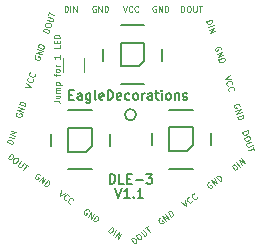
<source format=gbr>
G04 #@! TF.FileFunction,Legend,Top*
%FSLAX46Y46*%
G04 Gerber Fmt 4.6, Leading zero omitted, Abs format (unit mm)*
G04 Created by KiCad (PCBNEW 4.0.7) date 01/18/18 14:58:40*
%MOMM*%
%LPD*%
G01*
G04 APERTURE LIST*
%ADD10C,0.100000*%
%ADD11C,0.200000*%
%ADD12C,0.150000*%
%ADD13C,0.120000*%
G04 APERTURE END LIST*
D10*
X153426190Y-91826189D02*
X153783333Y-91826189D01*
X153854762Y-91849999D01*
X153902381Y-91897618D01*
X153926190Y-91969046D01*
X153926190Y-92016665D01*
X153592857Y-91373809D02*
X153926190Y-91373809D01*
X153592857Y-91588094D02*
X153854762Y-91588094D01*
X153902381Y-91564285D01*
X153926190Y-91516666D01*
X153926190Y-91445237D01*
X153902381Y-91397618D01*
X153878571Y-91373809D01*
X153926190Y-91135713D02*
X153592857Y-91135713D01*
X153640476Y-91135713D02*
X153616667Y-91111904D01*
X153592857Y-91064285D01*
X153592857Y-90992856D01*
X153616667Y-90945237D01*
X153664286Y-90921428D01*
X153926190Y-90921428D01*
X153664286Y-90921428D02*
X153616667Y-90897618D01*
X153592857Y-90849999D01*
X153592857Y-90778571D01*
X153616667Y-90730951D01*
X153664286Y-90707142D01*
X153926190Y-90707142D01*
X153592857Y-90469046D02*
X154092857Y-90469046D01*
X153616667Y-90469046D02*
X153592857Y-90421427D01*
X153592857Y-90326189D01*
X153616667Y-90278570D01*
X153640476Y-90254761D01*
X153688095Y-90230951D01*
X153830952Y-90230951D01*
X153878571Y-90254761D01*
X153902381Y-90278570D01*
X153926190Y-90326189D01*
X153926190Y-90421427D01*
X153902381Y-90469046D01*
X153592857Y-89707142D02*
X153592857Y-89516666D01*
X153926190Y-89635713D02*
X153497619Y-89635713D01*
X153450000Y-89611904D01*
X153426190Y-89564285D01*
X153426190Y-89516666D01*
X153926190Y-89278571D02*
X153902381Y-89326190D01*
X153878571Y-89349999D01*
X153830952Y-89373809D01*
X153688095Y-89373809D01*
X153640476Y-89349999D01*
X153616667Y-89326190D01*
X153592857Y-89278571D01*
X153592857Y-89207142D01*
X153616667Y-89159523D01*
X153640476Y-89135714D01*
X153688095Y-89111904D01*
X153830952Y-89111904D01*
X153878571Y-89135714D01*
X153902381Y-89159523D01*
X153926190Y-89207142D01*
X153926190Y-89278571D01*
X153926190Y-88897618D02*
X153592857Y-88897618D01*
X153688095Y-88897618D02*
X153640476Y-88873809D01*
X153616667Y-88849999D01*
X153592857Y-88802380D01*
X153592857Y-88754761D01*
X153926190Y-87945238D02*
X153926190Y-88230952D01*
X153926190Y-88088095D02*
X153426190Y-88088095D01*
X153497619Y-88135714D01*
X153545238Y-88183333D01*
X153569048Y-88230952D01*
X153926190Y-87111905D02*
X153926190Y-87350000D01*
X153426190Y-87350000D01*
X153664286Y-86945238D02*
X153664286Y-86778572D01*
X153926190Y-86707143D02*
X153926190Y-86945238D01*
X153426190Y-86945238D01*
X153426190Y-86707143D01*
X153926190Y-86492857D02*
X153426190Y-86492857D01*
X153426190Y-86373810D01*
X153450000Y-86302381D01*
X153497619Y-86254762D01*
X153545238Y-86230953D01*
X153640476Y-86207143D01*
X153711905Y-86207143D01*
X153807143Y-86230953D01*
X153854762Y-86254762D01*
X153902381Y-86302381D01*
X153926190Y-86373810D01*
X153926190Y-86492857D01*
D11*
X160392775Y-92984320D02*
G75*
G03X160392775Y-92984320I-474375J0D01*
G01*
D12*
X158630952Y-99211905D02*
X158897619Y-100011905D01*
X159164286Y-99211905D01*
X159850000Y-100011905D02*
X159392857Y-100011905D01*
X159621428Y-100011905D02*
X159621428Y-99211905D01*
X159545238Y-99326190D01*
X159469047Y-99402381D01*
X159392857Y-99440476D01*
X160192857Y-99935714D02*
X160230952Y-99973810D01*
X160192857Y-100011905D01*
X160154762Y-99973810D01*
X160192857Y-99935714D01*
X160192857Y-100011905D01*
X160992857Y-100011905D02*
X160535714Y-100011905D01*
X160764285Y-100011905D02*
X160764285Y-99211905D01*
X160688095Y-99326190D01*
X160611904Y-99402381D01*
X160535714Y-99440476D01*
X158178571Y-98811905D02*
X158178571Y-98011905D01*
X158369047Y-98011905D01*
X158483333Y-98050000D01*
X158559524Y-98126190D01*
X158597619Y-98202381D01*
X158635714Y-98354762D01*
X158635714Y-98469048D01*
X158597619Y-98621429D01*
X158559524Y-98697619D01*
X158483333Y-98773810D01*
X158369047Y-98811905D01*
X158178571Y-98811905D01*
X159359524Y-98811905D02*
X158978571Y-98811905D01*
X158978571Y-98011905D01*
X159626190Y-98392857D02*
X159892857Y-98392857D01*
X160007143Y-98811905D02*
X159626190Y-98811905D01*
X159626190Y-98011905D01*
X160007143Y-98011905D01*
X160350000Y-98507143D02*
X160959524Y-98507143D01*
X161264286Y-98011905D02*
X161759524Y-98011905D01*
X161492857Y-98316667D01*
X161607143Y-98316667D01*
X161683333Y-98354762D01*
X161721429Y-98392857D01*
X161759524Y-98469048D01*
X161759524Y-98659524D01*
X161721429Y-98735714D01*
X161683333Y-98773810D01*
X161607143Y-98811905D01*
X161378571Y-98811905D01*
X161302381Y-98773810D01*
X161264286Y-98735714D01*
X154728570Y-91292857D02*
X154995237Y-91292857D01*
X155109523Y-91711905D02*
X154728570Y-91711905D01*
X154728570Y-90911905D01*
X155109523Y-90911905D01*
X155795237Y-91711905D02*
X155795237Y-91292857D01*
X155757142Y-91216667D01*
X155680952Y-91178571D01*
X155528571Y-91178571D01*
X155452380Y-91216667D01*
X155795237Y-91673810D02*
X155719047Y-91711905D01*
X155528571Y-91711905D01*
X155452380Y-91673810D01*
X155414285Y-91597619D01*
X155414285Y-91521429D01*
X155452380Y-91445238D01*
X155528571Y-91407143D01*
X155719047Y-91407143D01*
X155795237Y-91369048D01*
X156519047Y-91178571D02*
X156519047Y-91826190D01*
X156480952Y-91902381D01*
X156442857Y-91940476D01*
X156366666Y-91978571D01*
X156252381Y-91978571D01*
X156176190Y-91940476D01*
X156519047Y-91673810D02*
X156442857Y-91711905D01*
X156290476Y-91711905D01*
X156214285Y-91673810D01*
X156176190Y-91635714D01*
X156138095Y-91559524D01*
X156138095Y-91330952D01*
X156176190Y-91254762D01*
X156214285Y-91216667D01*
X156290476Y-91178571D01*
X156442857Y-91178571D01*
X156519047Y-91216667D01*
X157014286Y-91711905D02*
X156938095Y-91673810D01*
X156900000Y-91597619D01*
X156900000Y-90911905D01*
X157623810Y-91673810D02*
X157547620Y-91711905D01*
X157395239Y-91711905D01*
X157319048Y-91673810D01*
X157280953Y-91597619D01*
X157280953Y-91292857D01*
X157319048Y-91216667D01*
X157395239Y-91178571D01*
X157547620Y-91178571D01*
X157623810Y-91216667D01*
X157661905Y-91292857D01*
X157661905Y-91369048D01*
X157280953Y-91445238D01*
X158004762Y-91711905D02*
X158004762Y-90911905D01*
X158195238Y-90911905D01*
X158309524Y-90950000D01*
X158385715Y-91026190D01*
X158423810Y-91102381D01*
X158461905Y-91254762D01*
X158461905Y-91369048D01*
X158423810Y-91521429D01*
X158385715Y-91597619D01*
X158309524Y-91673810D01*
X158195238Y-91711905D01*
X158004762Y-91711905D01*
X159109524Y-91673810D02*
X159033334Y-91711905D01*
X158880953Y-91711905D01*
X158804762Y-91673810D01*
X158766667Y-91597619D01*
X158766667Y-91292857D01*
X158804762Y-91216667D01*
X158880953Y-91178571D01*
X159033334Y-91178571D01*
X159109524Y-91216667D01*
X159147619Y-91292857D01*
X159147619Y-91369048D01*
X158766667Y-91445238D01*
X159833333Y-91673810D02*
X159757143Y-91711905D01*
X159604762Y-91711905D01*
X159528571Y-91673810D01*
X159490476Y-91635714D01*
X159452381Y-91559524D01*
X159452381Y-91330952D01*
X159490476Y-91254762D01*
X159528571Y-91216667D01*
X159604762Y-91178571D01*
X159757143Y-91178571D01*
X159833333Y-91216667D01*
X160290476Y-91711905D02*
X160214285Y-91673810D01*
X160176190Y-91635714D01*
X160138095Y-91559524D01*
X160138095Y-91330952D01*
X160176190Y-91254762D01*
X160214285Y-91216667D01*
X160290476Y-91178571D01*
X160404762Y-91178571D01*
X160480952Y-91216667D01*
X160519047Y-91254762D01*
X160557143Y-91330952D01*
X160557143Y-91559524D01*
X160519047Y-91635714D01*
X160480952Y-91673810D01*
X160404762Y-91711905D01*
X160290476Y-91711905D01*
X160900000Y-91711905D02*
X160900000Y-91178571D01*
X160900000Y-91330952D02*
X160938095Y-91254762D01*
X160976191Y-91216667D01*
X161052381Y-91178571D01*
X161128572Y-91178571D01*
X161738095Y-91711905D02*
X161738095Y-91292857D01*
X161700000Y-91216667D01*
X161623810Y-91178571D01*
X161471429Y-91178571D01*
X161395238Y-91216667D01*
X161738095Y-91673810D02*
X161661905Y-91711905D01*
X161471429Y-91711905D01*
X161395238Y-91673810D01*
X161357143Y-91597619D01*
X161357143Y-91521429D01*
X161395238Y-91445238D01*
X161471429Y-91407143D01*
X161661905Y-91407143D01*
X161738095Y-91369048D01*
X162004762Y-91178571D02*
X162309524Y-91178571D01*
X162119048Y-90911905D02*
X162119048Y-91597619D01*
X162157143Y-91673810D01*
X162233334Y-91711905D01*
X162309524Y-91711905D01*
X162576191Y-91711905D02*
X162576191Y-91178571D01*
X162576191Y-90911905D02*
X162538096Y-90950000D01*
X162576191Y-90988095D01*
X162614286Y-90950000D01*
X162576191Y-90911905D01*
X162576191Y-90988095D01*
X163071429Y-91711905D02*
X162995238Y-91673810D01*
X162957143Y-91635714D01*
X162919048Y-91559524D01*
X162919048Y-91330952D01*
X162957143Y-91254762D01*
X162995238Y-91216667D01*
X163071429Y-91178571D01*
X163185715Y-91178571D01*
X163261905Y-91216667D01*
X163300000Y-91254762D01*
X163338096Y-91330952D01*
X163338096Y-91559524D01*
X163300000Y-91635714D01*
X163261905Y-91673810D01*
X163185715Y-91711905D01*
X163071429Y-91711905D01*
X163680953Y-91178571D02*
X163680953Y-91711905D01*
X163680953Y-91254762D02*
X163719048Y-91216667D01*
X163795239Y-91178571D01*
X163909525Y-91178571D01*
X163985715Y-91216667D01*
X164023810Y-91292857D01*
X164023810Y-91711905D01*
X164366668Y-91673810D02*
X164442858Y-91711905D01*
X164595239Y-91711905D01*
X164671430Y-91673810D01*
X164709525Y-91597619D01*
X164709525Y-91559524D01*
X164671430Y-91483333D01*
X164595239Y-91445238D01*
X164480954Y-91445238D01*
X164404763Y-91407143D01*
X164366668Y-91330952D01*
X164366668Y-91292857D01*
X164404763Y-91216667D01*
X164480954Y-91178571D01*
X164595239Y-91178571D01*
X164671430Y-91216667D01*
D11*
X159100000Y-88900000D02*
X159100000Y-86900000D01*
X159100000Y-86900000D02*
X161100000Y-86900000D01*
X161100000Y-86900000D02*
X161100000Y-88400000D01*
X161100000Y-88400000D02*
X160600000Y-88900000D01*
X160600000Y-88900000D02*
X159100000Y-88900000D01*
X159100000Y-90400000D02*
X161100000Y-90400000D01*
X162600000Y-88400000D02*
X162600000Y-87400000D01*
X159100000Y-85400000D02*
X161100000Y-85400000D01*
X157600000Y-88400000D02*
X157600000Y-87400000D01*
X163200000Y-96050000D02*
X163200000Y-94050000D01*
X163200000Y-94050000D02*
X165200000Y-94050000D01*
X165200000Y-94050000D02*
X165200000Y-95550000D01*
X165200000Y-95550000D02*
X164700000Y-96050000D01*
X164700000Y-96050000D02*
X163200000Y-96050000D01*
X163200000Y-97550000D02*
X165200000Y-97550000D01*
X166700000Y-95550000D02*
X166700000Y-94550000D01*
X163200000Y-92550000D02*
X165200000Y-92550000D01*
X161700000Y-95550000D02*
X161700000Y-94550000D01*
X154650000Y-96100000D02*
X154650000Y-94100000D01*
X154650000Y-94100000D02*
X156650000Y-94100000D01*
X156650000Y-94100000D02*
X156650000Y-95600000D01*
X156650000Y-95600000D02*
X156150000Y-96100000D01*
X156150000Y-96100000D02*
X154650000Y-96100000D01*
X154650000Y-97600000D02*
X156650000Y-97600000D01*
X158150000Y-95600000D02*
X158150000Y-94600000D01*
X154650000Y-92600000D02*
X156650000Y-92600000D01*
X153150000Y-95600000D02*
X153150000Y-94600000D01*
D13*
X154220000Y-89400000D02*
X154220000Y-88200000D01*
X155980000Y-88200000D02*
X155980000Y-89400000D01*
D11*
D12*
D10*
X156399426Y-101093863D02*
X156374896Y-101046611D01*
X156317110Y-101004626D01*
X156245328Y-100981904D01*
X156178813Y-100992439D01*
X156131562Y-101016969D01*
X156056319Y-101080023D01*
X156014334Y-101137810D01*
X155977618Y-101228855D01*
X155968890Y-101281374D01*
X155979425Y-101347888D01*
X156023217Y-101409135D01*
X156061742Y-101437125D01*
X156133523Y-101459847D01*
X156166781Y-101454580D01*
X156264745Y-101319744D01*
X156187695Y-101263764D01*
X156312152Y-101619058D02*
X156606045Y-101214550D01*
X156543300Y-101786997D01*
X156837192Y-101382488D01*
X156735923Y-101926946D02*
X157029816Y-101522438D01*
X157126127Y-101592412D01*
X157169919Y-101653659D01*
X157180454Y-101720174D01*
X157171726Y-101772693D01*
X157135009Y-101863737D01*
X157093024Y-101921524D01*
X157017782Y-101984578D01*
X156970531Y-102009108D01*
X156904016Y-102019643D01*
X156832234Y-101996920D01*
X156735923Y-101926946D01*
X149514483Y-96680263D02*
X149808376Y-96275755D01*
X149904687Y-96345729D01*
X149948479Y-96406976D01*
X149959014Y-96473491D01*
X149950286Y-96526010D01*
X149913569Y-96617054D01*
X149871584Y-96674841D01*
X149796342Y-96737895D01*
X149749090Y-96762425D01*
X149682576Y-96772960D01*
X149610794Y-96750237D01*
X149514483Y-96680263D01*
X150289933Y-96625627D02*
X150366982Y-96681606D01*
X150391512Y-96728859D01*
X150402047Y-96795373D01*
X150365329Y-96886417D01*
X150267365Y-97021253D01*
X150192123Y-97084308D01*
X150125609Y-97094843D01*
X150073090Y-97086115D01*
X149996041Y-97030135D01*
X149971511Y-96982884D01*
X149960976Y-96916369D01*
X149997693Y-96825325D01*
X150095657Y-96690489D01*
X150170899Y-96627435D01*
X150237413Y-96616900D01*
X150289933Y-96625627D01*
X150636655Y-96877535D02*
X150398742Y-97204994D01*
X150390014Y-97257514D01*
X150395282Y-97290771D01*
X150419812Y-97338023D01*
X150496861Y-97394003D01*
X150549380Y-97402730D01*
X150582637Y-97397462D01*
X150629890Y-97372933D01*
X150867803Y-97045474D01*
X151002639Y-97143438D02*
X151233787Y-97311376D01*
X150824320Y-97631916D02*
X151118213Y-97227407D01*
X152273439Y-98096158D02*
X152248909Y-98048906D01*
X152191123Y-98006921D01*
X152119341Y-97984199D01*
X152052826Y-97994734D01*
X152005575Y-98019264D01*
X151930332Y-98082318D01*
X151888347Y-98140105D01*
X151851631Y-98231150D01*
X151842903Y-98283669D01*
X151853438Y-98350183D01*
X151897230Y-98411430D01*
X151935755Y-98439420D01*
X152007536Y-98462142D01*
X152040794Y-98456875D01*
X152138758Y-98322039D01*
X152061708Y-98266059D01*
X152186165Y-98621353D02*
X152480058Y-98216845D01*
X152417313Y-98789292D01*
X152711205Y-98384783D01*
X152609936Y-98929241D02*
X152903829Y-98524733D01*
X153000140Y-98594707D01*
X153043932Y-98655954D01*
X153054467Y-98722469D01*
X153045739Y-98774988D01*
X153009022Y-98866032D01*
X152967037Y-98923819D01*
X152891795Y-98986873D01*
X152844544Y-99011403D01*
X152778029Y-99021938D01*
X152706247Y-98999215D01*
X152609936Y-98929241D01*
X158036129Y-102871601D02*
X158330021Y-102467092D01*
X158426332Y-102537067D01*
X158470125Y-102598314D01*
X158480659Y-102664828D01*
X158471932Y-102717348D01*
X158435215Y-102808392D01*
X158393230Y-102866179D01*
X158317988Y-102929233D01*
X158270736Y-102953763D01*
X158204222Y-102964298D01*
X158132440Y-102941575D01*
X158036129Y-102871601D01*
X158440637Y-103165494D02*
X158734530Y-102760985D01*
X158633260Y-103305442D02*
X158927153Y-102900934D01*
X158864408Y-103473381D01*
X159158300Y-103068872D01*
X154078829Y-99378422D02*
X153919773Y-99880895D01*
X154348501Y-99574350D01*
X154448582Y-100206237D02*
X154415325Y-100211504D01*
X154343544Y-100188782D01*
X154305019Y-100160792D01*
X154261226Y-100099545D01*
X154250691Y-100033031D01*
X154259419Y-99980512D01*
X154296136Y-99889467D01*
X154338121Y-99831680D01*
X154413363Y-99768626D01*
X154460615Y-99744096D01*
X154527129Y-99733561D01*
X154598912Y-99756283D01*
X154637436Y-99784273D01*
X154681227Y-99845520D01*
X154686495Y-99878778D01*
X154853091Y-100500129D02*
X154819833Y-100505397D01*
X154748052Y-100482674D01*
X154709527Y-100454685D01*
X154665735Y-100393438D01*
X154655200Y-100326923D01*
X154663928Y-100274404D01*
X154700645Y-100183360D01*
X154742630Y-100125573D01*
X154817872Y-100062519D01*
X154865123Y-100037989D01*
X154931638Y-100027454D01*
X155003420Y-100050176D01*
X155041945Y-100078166D01*
X155085736Y-100139413D01*
X155091003Y-100172671D01*
D12*
D10*
X156969047Y-83800000D02*
X156921428Y-83776190D01*
X156850000Y-83776190D01*
X156778571Y-83800000D01*
X156730952Y-83847619D01*
X156707143Y-83895238D01*
X156683333Y-83990476D01*
X156683333Y-84061905D01*
X156707143Y-84157143D01*
X156730952Y-84204762D01*
X156778571Y-84252381D01*
X156850000Y-84276190D01*
X156897619Y-84276190D01*
X156969047Y-84252381D01*
X156992857Y-84228571D01*
X156992857Y-84061905D01*
X156897619Y-84061905D01*
X157207143Y-84276190D02*
X157207143Y-83776190D01*
X157492857Y-84276190D01*
X157492857Y-83776190D01*
X157730953Y-84276190D02*
X157730953Y-83776190D01*
X157850000Y-83776190D01*
X157921429Y-83800000D01*
X157969048Y-83847619D01*
X157992857Y-83895238D01*
X158016667Y-83990476D01*
X158016667Y-84061905D01*
X157992857Y-84157143D01*
X157969048Y-84204762D01*
X157921429Y-84252381D01*
X157850000Y-84276190D01*
X157730953Y-84276190D01*
X164204762Y-84276190D02*
X164204762Y-83776190D01*
X164323809Y-83776190D01*
X164395238Y-83800000D01*
X164442857Y-83847619D01*
X164466666Y-83895238D01*
X164490476Y-83990476D01*
X164490476Y-84061905D01*
X164466666Y-84157143D01*
X164442857Y-84204762D01*
X164395238Y-84252381D01*
X164323809Y-84276190D01*
X164204762Y-84276190D01*
X164800000Y-83776190D02*
X164895238Y-83776190D01*
X164942857Y-83800000D01*
X164990476Y-83847619D01*
X165014285Y-83942857D01*
X165014285Y-84109524D01*
X164990476Y-84204762D01*
X164942857Y-84252381D01*
X164895238Y-84276190D01*
X164800000Y-84276190D01*
X164752381Y-84252381D01*
X164704762Y-84204762D01*
X164680952Y-84109524D01*
X164680952Y-83942857D01*
X164704762Y-83847619D01*
X164752381Y-83800000D01*
X164800000Y-83776190D01*
X165228572Y-83776190D02*
X165228572Y-84180952D01*
X165252381Y-84228571D01*
X165276191Y-84252381D01*
X165323810Y-84276190D01*
X165419048Y-84276190D01*
X165466667Y-84252381D01*
X165490476Y-84228571D01*
X165514286Y-84180952D01*
X165514286Y-83776190D01*
X165680953Y-83776190D02*
X165966667Y-83776190D01*
X165823810Y-84276190D02*
X165823810Y-83776190D01*
X162069047Y-83800000D02*
X162021428Y-83776190D01*
X161950000Y-83776190D01*
X161878571Y-83800000D01*
X161830952Y-83847619D01*
X161807143Y-83895238D01*
X161783333Y-83990476D01*
X161783333Y-84061905D01*
X161807143Y-84157143D01*
X161830952Y-84204762D01*
X161878571Y-84252381D01*
X161950000Y-84276190D01*
X161997619Y-84276190D01*
X162069047Y-84252381D01*
X162092857Y-84228571D01*
X162092857Y-84061905D01*
X161997619Y-84061905D01*
X162307143Y-84276190D02*
X162307143Y-83776190D01*
X162592857Y-84276190D01*
X162592857Y-83776190D01*
X162830953Y-84276190D02*
X162830953Y-83776190D01*
X162950000Y-83776190D01*
X163021429Y-83800000D01*
X163069048Y-83847619D01*
X163092857Y-83895238D01*
X163116667Y-83990476D01*
X163116667Y-84061905D01*
X163092857Y-84157143D01*
X163069048Y-84204762D01*
X163021429Y-84252381D01*
X162950000Y-84276190D01*
X162830953Y-84276190D01*
X154338096Y-84276190D02*
X154338096Y-83776190D01*
X154457143Y-83776190D01*
X154528572Y-83800000D01*
X154576191Y-83847619D01*
X154600000Y-83895238D01*
X154623810Y-83990476D01*
X154623810Y-84061905D01*
X154600000Y-84157143D01*
X154576191Y-84204762D01*
X154528572Y-84252381D01*
X154457143Y-84276190D01*
X154338096Y-84276190D01*
X154838096Y-84276190D02*
X154838096Y-83776190D01*
X155076191Y-84276190D02*
X155076191Y-83776190D01*
X155361905Y-84276190D01*
X155361905Y-83776190D01*
X159283334Y-83776190D02*
X159450001Y-84276190D01*
X159616667Y-83776190D01*
X160069048Y-84228571D02*
X160045238Y-84252381D01*
X159973810Y-84276190D01*
X159926191Y-84276190D01*
X159854762Y-84252381D01*
X159807143Y-84204762D01*
X159783334Y-84157143D01*
X159759524Y-84061905D01*
X159759524Y-83990476D01*
X159783334Y-83895238D01*
X159807143Y-83847619D01*
X159854762Y-83800000D01*
X159926191Y-83776190D01*
X159973810Y-83776190D01*
X160045238Y-83800000D01*
X160069048Y-83823810D01*
X160569048Y-84228571D02*
X160545238Y-84252381D01*
X160473810Y-84276190D01*
X160426191Y-84276190D01*
X160354762Y-84252381D01*
X160307143Y-84204762D01*
X160283334Y-84157143D01*
X160259524Y-84061905D01*
X160259524Y-83990476D01*
X160283334Y-83895238D01*
X160307143Y-83847619D01*
X160354762Y-83800000D01*
X160426191Y-83776190D01*
X160473810Y-83776190D01*
X160545238Y-83800000D01*
X160569048Y-83823810D01*
D12*
D10*
X166577291Y-98698184D02*
X166524771Y-98706911D01*
X166466985Y-98748896D01*
X166423193Y-98810143D01*
X166412658Y-98876658D01*
X166421386Y-98929177D01*
X166458103Y-99020221D01*
X166500088Y-99078008D01*
X166575330Y-99141062D01*
X166622581Y-99165592D01*
X166689096Y-99176127D01*
X166760878Y-99153404D01*
X166799402Y-99125414D01*
X166843194Y-99064168D01*
X166848462Y-99030910D01*
X166750498Y-98896075D01*
X166673449Y-98952054D01*
X167049812Y-98943481D02*
X166755920Y-98538972D01*
X167280960Y-98775542D01*
X166987067Y-98371034D01*
X167473584Y-98635593D02*
X167179691Y-98231085D01*
X167276002Y-98161110D01*
X167347784Y-98138388D01*
X167414299Y-98148923D01*
X167461550Y-98173453D01*
X167536793Y-98236507D01*
X167578778Y-98294294D01*
X167615494Y-98385339D01*
X167624222Y-98437858D01*
X167613687Y-98504372D01*
X167569895Y-98565619D01*
X167473584Y-98635593D01*
X160252143Y-103882276D02*
X159958251Y-103477767D01*
X160054562Y-103407793D01*
X160126344Y-103385071D01*
X160192858Y-103395606D01*
X160240110Y-103420136D01*
X160315352Y-103483190D01*
X160357337Y-103540977D01*
X160394054Y-103632022D01*
X160402782Y-103684541D01*
X160392247Y-103751055D01*
X160348454Y-103812302D01*
X160252143Y-103882276D01*
X160439808Y-103127895D02*
X160516857Y-103071916D01*
X160569377Y-103063189D01*
X160635892Y-103073724D01*
X160711133Y-103136778D01*
X160809097Y-103271615D01*
X160845815Y-103362658D01*
X160835280Y-103429173D01*
X160810750Y-103476424D01*
X160733701Y-103532404D01*
X160681182Y-103541132D01*
X160614667Y-103530597D01*
X160539425Y-103467543D01*
X160441461Y-103332706D01*
X160404744Y-103241662D01*
X160415279Y-103175148D01*
X160439808Y-103127895D01*
X160786530Y-102875987D02*
X161024443Y-103203446D01*
X161071695Y-103227976D01*
X161104953Y-103233244D01*
X161157472Y-103224516D01*
X161234521Y-103168537D01*
X161259051Y-103121285D01*
X161264318Y-103088028D01*
X161255591Y-103035508D01*
X161017678Y-102708049D01*
X161152514Y-102610084D02*
X161383662Y-102442146D01*
X161561981Y-102930623D02*
X161268088Y-102526115D01*
X162451304Y-101695888D02*
X162398784Y-101704615D01*
X162340998Y-101746600D01*
X162297206Y-101807847D01*
X162286671Y-101874362D01*
X162295399Y-101926881D01*
X162332116Y-102017925D01*
X162374101Y-102075712D01*
X162449343Y-102138766D01*
X162496594Y-102163296D01*
X162563109Y-102173831D01*
X162634891Y-102151108D01*
X162673415Y-102123118D01*
X162717207Y-102061872D01*
X162722475Y-102028614D01*
X162624511Y-101893779D01*
X162547462Y-101949758D01*
X162923825Y-101941185D02*
X162629933Y-101536676D01*
X163154973Y-101773246D01*
X162861080Y-101368738D01*
X163347597Y-101633297D02*
X163053704Y-101228789D01*
X163150015Y-101158814D01*
X163221797Y-101136092D01*
X163288312Y-101146627D01*
X163335563Y-101171157D01*
X163410806Y-101234211D01*
X163452791Y-101291998D01*
X163489507Y-101383043D01*
X163498235Y-101435562D01*
X163487700Y-101502076D01*
X163443908Y-101563323D01*
X163347597Y-101633297D01*
X168773789Y-97690937D02*
X168479896Y-97286429D01*
X168576208Y-97216455D01*
X168647990Y-97193732D01*
X168714504Y-97204267D01*
X168761756Y-97228797D01*
X168836998Y-97291851D01*
X168878983Y-97349638D01*
X168915700Y-97440683D01*
X168924428Y-97493202D01*
X168913893Y-97559716D01*
X168870100Y-97620963D01*
X168773789Y-97690937D01*
X169178298Y-97397045D02*
X168884405Y-96992536D01*
X169370921Y-97257096D02*
X169077028Y-96852587D01*
X169602068Y-97089157D01*
X169308175Y-96684649D01*
X164228705Y-100375100D02*
X164657434Y-100681645D01*
X164498377Y-100179172D01*
X165130264Y-100279253D02*
X165124997Y-100312511D01*
X165081205Y-100373757D01*
X165042680Y-100401747D01*
X164970898Y-100424470D01*
X164904384Y-100413935D01*
X164857132Y-100389405D01*
X164781890Y-100326351D01*
X164739905Y-100268564D01*
X164703189Y-100177520D01*
X164694461Y-100125001D01*
X164704996Y-100058486D01*
X164748788Y-99997239D01*
X164787312Y-99969249D01*
X164859094Y-99946527D01*
X164892352Y-99951795D01*
X165534773Y-99985361D02*
X165529505Y-100018619D01*
X165485713Y-100079865D01*
X165447189Y-100107855D01*
X165375407Y-100130578D01*
X165308893Y-100120043D01*
X165261641Y-100095513D01*
X165186399Y-100032459D01*
X165144414Y-99974671D01*
X165107697Y-99883627D01*
X165098969Y-99831108D01*
X165109504Y-99764594D01*
X165153296Y-99703346D01*
X165191821Y-99675356D01*
X165263602Y-99652635D01*
X165296860Y-99657902D01*
D12*
D10*
X167587114Y-87434907D02*
X167595044Y-87382261D01*
X167572971Y-87314329D01*
X167528254Y-87253753D01*
X167468250Y-87223180D01*
X167415605Y-87215252D01*
X167317670Y-87222037D01*
X167249737Y-87244110D01*
X167166518Y-87296185D01*
X167128587Y-87333543D01*
X167098014Y-87393547D01*
X167097443Y-87468837D01*
X167112158Y-87514126D01*
X167156874Y-87574700D01*
X167186877Y-87589987D01*
X167345385Y-87538485D01*
X167315955Y-87447908D01*
X167207806Y-87808500D02*
X167683335Y-87653992D01*
X167296097Y-88080231D01*
X167771625Y-87925722D01*
X167369672Y-88306673D02*
X167845201Y-88152165D01*
X167881988Y-88265385D01*
X167881416Y-88340676D01*
X167850843Y-88400679D01*
X167812912Y-88438038D01*
X167729693Y-88490113D01*
X167661760Y-88512186D01*
X167563826Y-88518971D01*
X167511180Y-88511043D01*
X167451177Y-88480469D01*
X167406460Y-88419894D01*
X167369672Y-88306673D01*
X169370190Y-94463631D02*
X169845718Y-94309123D01*
X169882505Y-94422343D01*
X169881934Y-94497634D01*
X169851360Y-94557638D01*
X169813429Y-94594996D01*
X169730210Y-94647071D01*
X169662277Y-94669144D01*
X169564343Y-94675929D01*
X169511697Y-94668001D01*
X169451694Y-94637428D01*
X169406977Y-94576852D01*
X169370190Y-94463631D01*
X170029657Y-94875228D02*
X170059087Y-94965805D01*
X170051157Y-95018451D01*
X170020584Y-95078454D01*
X169937365Y-95130528D01*
X169778855Y-95182031D01*
X169680921Y-95188817D01*
X169620917Y-95158244D01*
X169583558Y-95120313D01*
X169554128Y-95029736D01*
X169562057Y-94977091D01*
X169592630Y-94917087D01*
X169675849Y-94865012D01*
X169834359Y-94813509D01*
X169932293Y-94806724D01*
X169992297Y-94837297D01*
X170029657Y-94875228D01*
X170162093Y-95282824D02*
X169777141Y-95407902D01*
X169739210Y-95445261D01*
X169723923Y-95475264D01*
X169715994Y-95527909D01*
X169745425Y-95618486D01*
X169782783Y-95656417D01*
X169812785Y-95671703D01*
X169865432Y-95679633D01*
X170250383Y-95554554D01*
X170301886Y-95713064D02*
X170390176Y-95984794D01*
X169870503Y-96003438D02*
X170346031Y-95848929D01*
X169163100Y-92285295D02*
X169171030Y-92232649D01*
X169148957Y-92164717D01*
X169104240Y-92104141D01*
X169044236Y-92073568D01*
X168991591Y-92065640D01*
X168893656Y-92072425D01*
X168825723Y-92094498D01*
X168742504Y-92146573D01*
X168704573Y-92183931D01*
X168674000Y-92243935D01*
X168673429Y-92319225D01*
X168688144Y-92364514D01*
X168732860Y-92425088D01*
X168762863Y-92440375D01*
X168921371Y-92388873D01*
X168891941Y-92298296D01*
X168783792Y-92658888D02*
X169259321Y-92504380D01*
X168872083Y-92930619D01*
X169347611Y-92776110D01*
X168945658Y-93157061D02*
X169421187Y-93002553D01*
X169457974Y-93115773D01*
X169457402Y-93191064D01*
X169426829Y-93251067D01*
X169388898Y-93288426D01*
X169305679Y-93340501D01*
X169237746Y-93362574D01*
X169139812Y-93369359D01*
X169087166Y-93361431D01*
X169027163Y-93330857D01*
X168982446Y-93270282D01*
X168945658Y-93157061D01*
X166321221Y-85079875D02*
X166796750Y-84925366D01*
X166833537Y-85038587D01*
X166832965Y-85113878D01*
X166802392Y-85173881D01*
X166764461Y-85211240D01*
X166681242Y-85263315D01*
X166613309Y-85285387D01*
X166515375Y-85292173D01*
X166462729Y-85284244D01*
X166402726Y-85253671D01*
X166358009Y-85193095D01*
X166321221Y-85079875D01*
X166475730Y-85555403D02*
X166951258Y-85400895D01*
X166549305Y-85781845D02*
X167024834Y-85627336D01*
X166637596Y-86053575D01*
X167113124Y-85899067D01*
X168324913Y-89628567D02*
X167900887Y-89941585D01*
X168427918Y-89945586D01*
X168137472Y-90515619D02*
X168107469Y-90500332D01*
X168062753Y-90439757D01*
X168048038Y-90394469D01*
X168048609Y-90319178D01*
X168079182Y-90259175D01*
X168117113Y-90221816D01*
X168200332Y-90169741D01*
X168268265Y-90147669D01*
X168366200Y-90140883D01*
X168418846Y-90148812D01*
X168478849Y-90179385D01*
X168523566Y-90239960D01*
X168538281Y-90285249D01*
X168537709Y-90360538D01*
X168522422Y-90390541D01*
X168291980Y-90991147D02*
X168261978Y-90975860D01*
X168217262Y-90915285D01*
X168202547Y-90869997D01*
X168203118Y-90794707D01*
X168233691Y-90734703D01*
X168271622Y-90697344D01*
X168354841Y-90645270D01*
X168422774Y-90623197D01*
X168520708Y-90616411D01*
X168573354Y-90624340D01*
X168633357Y-90654913D01*
X168678075Y-90715489D01*
X168692790Y-90760777D01*
X168692218Y-90836067D01*
X168676931Y-90866069D01*
D12*
D10*
X150284333Y-92814029D02*
X150246973Y-92851959D01*
X150224901Y-92919891D01*
X150225473Y-92995182D01*
X150256046Y-93055185D01*
X150293977Y-93092544D01*
X150377196Y-93144619D01*
X150445129Y-93166692D01*
X150543063Y-93173477D01*
X150595709Y-93165549D01*
X150655712Y-93134975D01*
X150700429Y-93074400D01*
X150715144Y-93029111D01*
X150714573Y-92953822D01*
X150699286Y-92923820D01*
X150540777Y-92872317D01*
X150511347Y-92962894D01*
X150810792Y-92734737D02*
X150335264Y-92580228D01*
X150899083Y-92463006D01*
X150423554Y-92308498D01*
X150972658Y-92236564D02*
X150497130Y-92082055D01*
X150533918Y-91968835D01*
X150578635Y-91908259D01*
X150638639Y-91877686D01*
X150691284Y-91869758D01*
X150789219Y-91876543D01*
X150857152Y-91898616D01*
X150940371Y-91950691D01*
X150978302Y-91988049D01*
X151008875Y-92048053D01*
X151009446Y-92123343D01*
X150972658Y-92236564D01*
X152973176Y-86079606D02*
X152497647Y-85925097D01*
X152534435Y-85811877D01*
X152579152Y-85751301D01*
X152639156Y-85720728D01*
X152691801Y-85712800D01*
X152789736Y-85719585D01*
X152857669Y-85741658D01*
X152940888Y-85793733D01*
X152978819Y-85831091D01*
X153009392Y-85891095D01*
X153009963Y-85966385D01*
X152973176Y-86079606D01*
X152681586Y-85358992D02*
X152711016Y-85268415D01*
X152748376Y-85230485D01*
X152808379Y-85199912D01*
X152906313Y-85206698D01*
X153064823Y-85258201D01*
X153148042Y-85310275D01*
X153178616Y-85370278D01*
X153186544Y-85422924D01*
X153157114Y-85513501D01*
X153119755Y-85551432D01*
X153059752Y-85582005D01*
X152961818Y-85575219D01*
X152803308Y-85523716D01*
X152720089Y-85471642D01*
X152689516Y-85411638D01*
X152681586Y-85358992D01*
X152814022Y-84951396D02*
X153198974Y-85076474D01*
X153251619Y-85068546D01*
X153281622Y-85053259D01*
X153318980Y-85015328D01*
X153348411Y-84924751D01*
X153340482Y-84872105D01*
X153325195Y-84842104D01*
X153287264Y-84804744D01*
X152902312Y-84679666D01*
X152953815Y-84521156D02*
X153042106Y-84249426D01*
X153473489Y-84539800D02*
X152997961Y-84385291D01*
X151860319Y-87963641D02*
X151822959Y-88001571D01*
X151800887Y-88069503D01*
X151801459Y-88144794D01*
X151832032Y-88204797D01*
X151869963Y-88242156D01*
X151953182Y-88294231D01*
X152021115Y-88316304D01*
X152119049Y-88323089D01*
X152171695Y-88315161D01*
X152231698Y-88284587D01*
X152276415Y-88224012D01*
X152291130Y-88178723D01*
X152290559Y-88103434D01*
X152275272Y-88073432D01*
X152116763Y-88021929D01*
X152087333Y-88112506D01*
X152386778Y-87884349D02*
X151911250Y-87729840D01*
X152475069Y-87612618D01*
X151999540Y-87458110D01*
X152548644Y-87386176D02*
X152073116Y-87231667D01*
X152109904Y-87118447D01*
X152154621Y-87057871D01*
X152214625Y-87027298D01*
X152267270Y-87019370D01*
X152365205Y-87026155D01*
X152433138Y-87048228D01*
X152516357Y-87100303D01*
X152554288Y-87137661D01*
X152584861Y-87197665D01*
X152585432Y-87272955D01*
X152548644Y-87386176D01*
X149924207Y-95463362D02*
X149448679Y-95308854D01*
X149485467Y-95195633D01*
X149530184Y-95135058D01*
X149590188Y-95104485D01*
X149642833Y-95096556D01*
X149740768Y-95103342D01*
X149808701Y-95125414D01*
X149891920Y-95177489D01*
X149929851Y-95214848D01*
X149960424Y-95274851D01*
X149960995Y-95350142D01*
X149924207Y-95463362D01*
X150078716Y-94987834D02*
X149603188Y-94833325D01*
X150152291Y-94761392D02*
X149676763Y-94606884D01*
X150240582Y-94489662D01*
X149765054Y-94335153D01*
X150976842Y-90605653D02*
X151503873Y-90601652D01*
X151079848Y-90288635D01*
X151649881Y-89998188D02*
X151665168Y-90028190D01*
X151665739Y-90103480D01*
X151651024Y-90148768D01*
X151606308Y-90209344D01*
X151546304Y-90239917D01*
X151493658Y-90247846D01*
X151395724Y-90241060D01*
X151327791Y-90218988D01*
X151244572Y-90166913D01*
X151206641Y-90129554D01*
X151176068Y-90069550D01*
X151175496Y-89994260D01*
X151190211Y-89948971D01*
X151234928Y-89888397D01*
X151264930Y-89873110D01*
X151804389Y-89522660D02*
X151819676Y-89552662D01*
X151820248Y-89627952D01*
X151805533Y-89673240D01*
X151760816Y-89733816D01*
X151700813Y-89764389D01*
X151648167Y-89772318D01*
X151550233Y-89765532D01*
X151482299Y-89743459D01*
X151399080Y-89691384D01*
X151361149Y-89654026D01*
X151330576Y-89594022D01*
X151330004Y-89518732D01*
X151344719Y-89473443D01*
X151389437Y-89412869D01*
X151419439Y-89397582D01*
M02*

</source>
